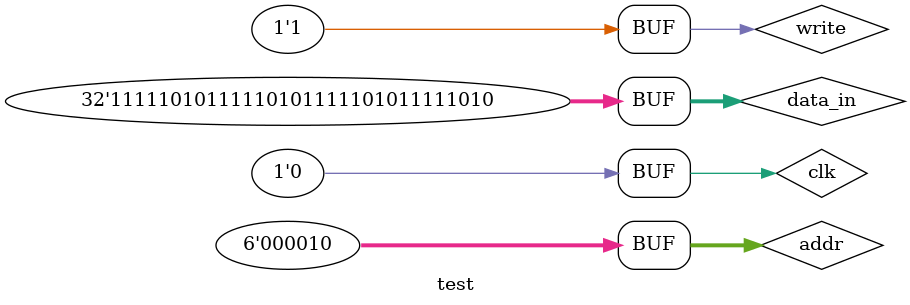
<source format=v>
`timescale 1ns / 1ps


module test;

	// Inputs
	reg write;
	reg clk;
	reg [5:0] addr;
	reg [31:0] data_in;
	// Outputs
	wire [31:0] data_out;

	// Instantiate the Unit Under Test (UUT)
	RAM_B uut (
		.wea(write),
		.clka(clk),
		.addra(addr),
		.dina(data_in),
		.douta(data_out)
	);

	initial begin
		// Initialize Inputs
		addr = 0;
		data_in = 0;
        write = 0;
        clk = 0;
        
		// Wait 100 ns for global reset to finish
		#100;
        
		// Add stimulus here
		// #50
		// clk = 0;
		// c = 2'b10;
		// switches = 32'h0000_0002;

        
        // #50
		// c = 0;
        // clk = 1;
        
        // #50
		// c = 2'b10;

        // clk = 0;
        
        #20
        clk = 1;
        #20
        clk = 0;
		//下面两个周期显示的是第0个值
		#20
		addr = 1;
        clk = 1;
        #20
        clk = 0;
		#20
        clk = 1;
        #20
        clk = 0;
		//第1个值自这里显示		
		#20
        clk = 1;
		addr = 2;
		#20
        clk = 0;
		#20
        clk = 1;
        #20
        clk = 0;
		//显示第2个值
		#20
		clk = 1;
		//一个周期后写入值fafafafa
		#20
		write = 1;
		data_in = 32'hfafa_fafa;
		clk = 0;
		#20
		clk = 1;
		#20
		clk = 0;
		#20
		clk = 1;
		#20
		clk = 0;		
		#20
		clk = 1;
		#20
		clk = 0;


	end
      
endmodule

</source>
